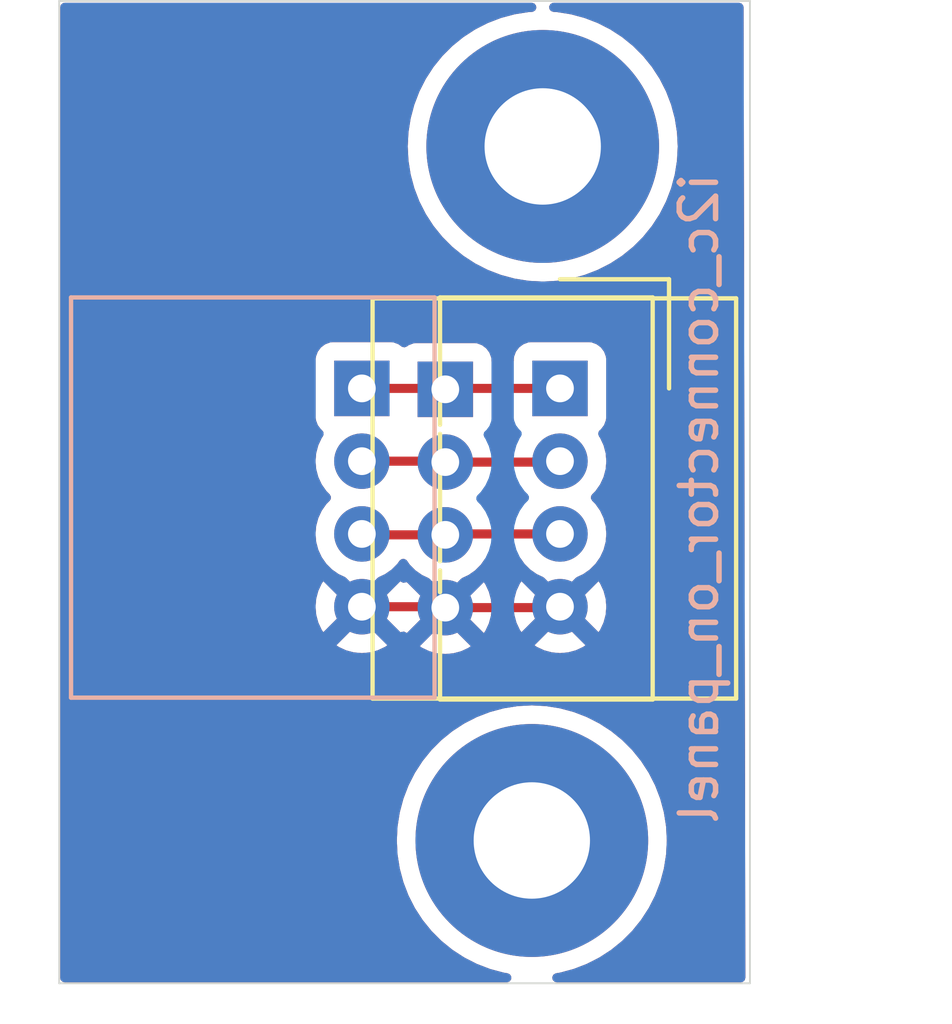
<source format=kicad_pcb>
(kicad_pcb (version 20221018) (generator pcbnew)
  (layers (0 "F.Cu" signal) (31 "B.Cu" signal) (34 "B.Paste" user) (35 "F.Paste" user) (36 "B.SilkS" user "B.Silkscreen") (37 "F.SilkS" user "F.Silkscreen") (38 "B.Mask" user) (39 "F.Mask" user) (44 "Edge.Cuts" user))
  (net 0 "")
  (net 1 "GND")
  (net 2 "VCC")
  (net 3 "/SDA")
  (net 4 "/SCL")
  (footprint "my-kicad-footprints:NS-Tech_Grove_1x04_P2mm_Horizontal" (layer "F.Cu") (at 161.62 73.675)
    (fp_text reference "J2" hide)
    (fp_text value "Conn_01x04")
    (fp_line (start -2 -5.5) (end -2 5.5) (stroke (width 0.12)) (layer "F.SilkS"))
    (fp_line (start -2 -5.5) (end 8 -5.5) (stroke (width 0.12)) (layer "F.SilkS"))
    (fp_line (start -2 5.5) (end 8 5.5) (stroke (width 0.12)) (layer "F.SilkS"))
    (fp_line (start 8 -5.5) (end 8 5.5) (stroke (width 0.12)) (layer "F.SilkS"))
    (pad "1" thru_hole rect (at 0 -3) (size 1.524 1.524) (drill 0.762) (layers "*.Cu" "*.Mask") (net 4 "/SCL"))
    (pad "2" thru_hole circle (at 0 -1) (size 1.524 1.524) (drill 0.762) (layers "*.Cu" "*.Mask") (net 3 "/SDA"))
    (pad "3" thru_hole circle (at 0 1) (size 1.524 1.524) (drill 0.762) (layers "*.Cu" "*.Mask") (net 2 "VCC"))
    (pad "4" thru_hole circle (at 0 3) (size 1.524 1.524) (drill 0.762) (layers "*.Cu" "*.Mask") (net 1 "GND"))
  )
  (footprint "MountingHole:MountingHole_3.2mm_M3_Pad" (layer "F.Cu") (at 164.3 64)
    (fp_text reference "REF**" hide)
    (fp_text value "MountingHole_3.2mm_M3_Pad")
    (pad "1" thru_hole circle (at 0 0) (size 6.4 6.4) (drill 3.2) (layers "*.Cu" "*.Mask"))
  )
  (footprint "MountingHole:MountingHole_3.2mm_M3_Pad" (layer "F.Cu") (at 164 83.075)
    (fp_text reference "REF**" hide)
    (fp_text value "MountingHole_3.2mm_M3_Pad")
    (pad "1" thru_hole circle (at 0 0) (size 6.4 6.4) (drill 3.2) (layers "*.Cu" "*.Mask"))
  )
  (footprint "Connector:NS-Tech_Grove_1x04_P2mm_Vertical" (layer "F.Cu") (at 164.775 70.65)
    (fp_text reference "J3" hide)
    (fp_text value "Conn_01x04")
    (fp_line (start -3.3 -2.5) (end -3.3 0.15) (stroke (width 0.12)) (layer "F.SilkS"))
    (fp_line (start -3.3 -2.5) (end 2.55 -2.5) (stroke (width 0.12)) (layer "F.SilkS"))
    (fp_line (start -3.3 0.4) (end -3.3 1) (stroke (width 0.12)) (layer "F.SilkS"))
    (fp_line (start -3.3 1.25) (end -3.3 4.75) (stroke (width 0.12)) (layer "F.SilkS"))
    (fp_line (start -3.3 5) (end -3.3 5.6) (stroke (width 0.12)) (layer "F.SilkS"))
    (fp_line (start -3.3 5.9) (end -3.3 8.55) (stroke (width 0.12)) (layer "F.SilkS"))
    (fp_line (start -3.3 8.55) (end 2.55 8.55) (stroke (width 0.12)) (layer "F.SilkS"))
    (fp_line (start 0 -3) (end 3 -3) (stroke (width 0.12)) (layer "F.SilkS"))
    (fp_line (start 2.55 -2.5) (end 2.55 8.55) (stroke (width 0.12)) (layer "F.SilkS"))
    (fp_line (start 3 -3) (end 3 0) (stroke (width 0.12)) (layer "F.SilkS"))
    (pad "1" thru_hole rect (at 0 0) (size 1.524 1.524) (drill 0.762) (layers "*.Cu" "*.Mask") (net 4 "/SCL"))
    (pad "2" thru_hole circle (at 0 2) (size 1.524 1.524) (drill 0.762) (layers "*.Cu" "*.Mask") (net 3 "/SDA"))
    (pad "3" thru_hole circle (at 0 4) (size 1.524 1.524) (drill 0.762) (layers "*.Cu" "*.Mask") (net 2 "VCC"))
    (pad "4" thru_hole circle (at 0 6) (size 1.524 1.524) (drill 0.762) (layers "*.Cu" "*.Mask") (net 1 "GND"))
  )
  (footprint "my-kicad-footprints:NS-Tech_Grove_1x04_P2mm_Horizontal" (layer "B.Cu") (at 159.325 73.65 180)
    (fp_text reference "J1" hide)
    (fp_text value "Conn_01x04")
    (fp_line (start -2 -5.5) (end 8 -5.5) (stroke (width 0.12)) (layer "B.SilkS"))
    (fp_line (start -2 5.5) (end -2 -5.5) (stroke (width 0.12)) (layer "B.SilkS"))
    (fp_line (start -2 5.5) (end 8 5.5) (stroke (width 0.12)) (layer "B.SilkS"))
    (fp_line (start 8 5.5) (end 8 -5.5) (stroke (width 0.12)) (layer "B.SilkS"))
    (pad "1" thru_hole rect (at 0 3 180) (size 1.524 1.524) (drill 0.762) (layers "*.Cu" "*.Mask") (net 4 "/SCL"))
    (pad "2" thru_hole circle (at 0 1 180) (size 1.524 1.524) (drill 0.762) (layers "*.Cu" "*.Mask") (net 3 "/SDA"))
    (pad "3" thru_hole circle (at 0 -1 180) (size 1.524 1.524) (drill 0.762) (layers "*.Cu" "*.Mask") (net 2 "VCC"))
    (pad "4" thru_hole circle (at 0 -3 180) (size 1.524 1.524) (drill 0.762) (layers "*.Cu" "*.Mask") (net 1 "GND"))
  )
  (gr_line (start 151 60) (end 151 87) (stroke (width 0.05)) (layer "Edge.Cuts"))
  (gr_line (start 170 87) (end 170 60) (stroke (width 0.05)) (layer "Edge.Cuts"))
  (gr_line (start 151 87) (end 170 87) (stroke (width 0.05)) (layer "Edge.Cuts"))
  (gr_line (start 170 60) (end 151 60) (stroke (width 0.05)) (layer "Edge.Cuts"))
  (gr_text "i2c_connector_on_panel" (at 168.6 73.675 90) (layer "B.SilkS") (effects (font (size 1 1)) (justify mirror)))
  (segment (start 164.75 76.675) (end 164.775 76.65) (width 0.25) (layer "F.Cu") (net 1))
  (segment (start 159.325 76.65) (end 161.595 76.65) (width 0.25) (layer "F.Cu") (net 1))
  (segment (start 161.62 76.675) (end 164.75 76.675) (width 0.25) (layer "F.Cu") (net 1))
  (segment (start 161.595 76.65) (end 161.62 76.675) (width 0.25) (layer "F.Cu") (net 1))
  (segment (start 161.645 74.65) (end 161.62 74.675) (width 0.25) (layer "F.Cu") (net 2))
  (segment (start 164.775 74.65) (end 161.645 74.65) (width 0.25) (layer "F.Cu") (net 2))
  (segment (start 161.62 74.675) (end 159.35 74.675) (width 0.25) (layer "F.Cu") (net 2))
  (segment (start 159.35 74.675) (end 159.325 74.65) (width 0.25) (layer "F.Cu") (net 2))
  (segment (start 159.325 72.65) (end 161.595 72.65) (width 0.25) (layer "F.Cu") (net 3))
  (segment (start 164.75 72.675) (end 164.775 72.65) (width 0.25) (layer "F.Cu") (net 3))
  (segment (start 161.595 72.65) (end 161.62 72.675) (width 0.25) (layer "F.Cu") (net 3))
  (segment (start 161.62 72.675) (end 164.75 72.675) (width 0.25) (layer "F.Cu") (net 3))
  (segment (start 161.645 70.65) (end 161.62 70.675) (width 0.25) (layer "F.Cu") (net 4))
  (segment (start 164.775 70.65) (end 161.645 70.65) (width 0.25) (layer "F.Cu") (net 4))
  (segment (start 161.595 70.65) (end 161.62 70.675) (width 0.25) (layer "F.Cu") (net 4))
  (segment (start 159.325 70.65) (end 161.595 70.65) (width 0.25) (layer "F.Cu") (net 4))
  (zone (net 1) (net_name "GND") (layer "F.Cu") (connect_pads (clearance 0.508)) (min_thickness 0.254) (fill yes (thermal_gap 0.508) (thermal_bridge_width 0.508))
    (polygon (pts (xy 169.875 86.975) (xy 150.95 87.025) (xy 151 60.05) (xy 169.825 60.05)))
  )
  (zone (net 1) (net_name "GND") (layer "B.Cu") (connect_pads (clearance 0.508)) (min_thickness 0.254) (fill yes (thermal_gap 0.508) (thermal_bridge_width 0.508))
    (polygon (pts (xy 169.875 86.975) (xy 150.95 87.025) (xy 151 60.05) (xy 169.825 60.05)))
  )
)
</source>
